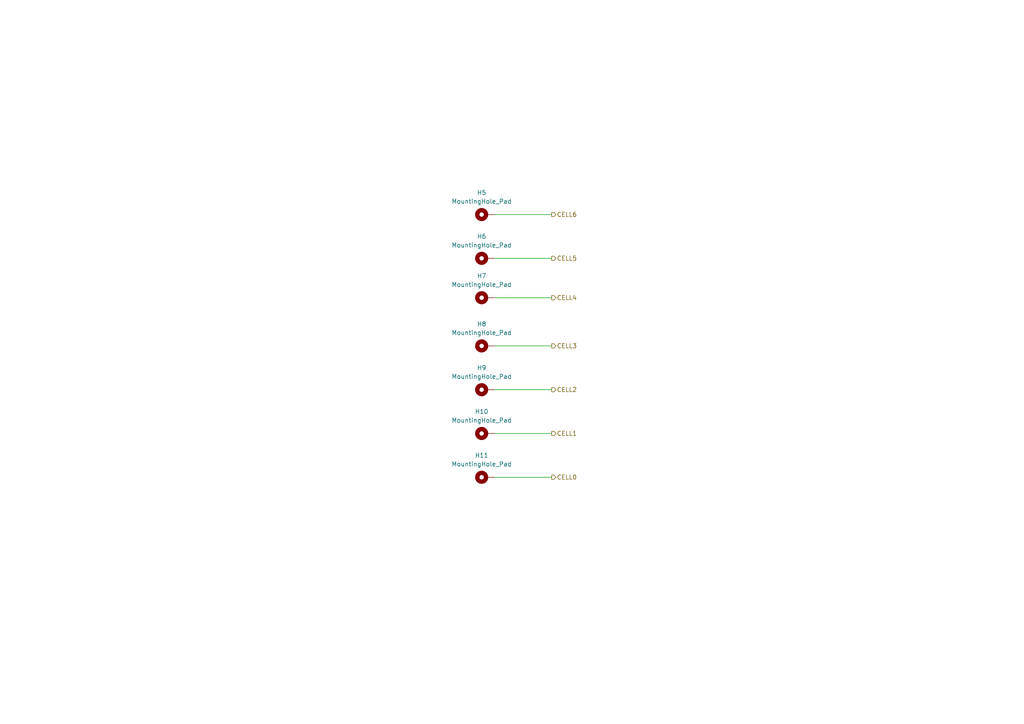
<source format=kicad_sch>
(kicad_sch (version 20250114) (generator "eeschema") (generator_version "9.0")
  (paper "A4")
  (lib_symbols
    (symbol "Mechanical:MountingHole_Pad" (pin_numbers (hide yes)) (pin_names (offset 1.016) (hide yes)) (in_bom no)
      (property "Reference" "H" (at 0 6.35 0))
      (property "Value" "MountingHole_Pad" (at 0 4.445 0))
      (symbol "MountingHole_Pad_0_1"
        (circle (center 0 1.27) (radius 1.27) (stroke (width 1.27)))
      )
      (symbol "MountingHole_Pad_1_1"
        (pin input line (at 0 -2.54 90) (length 2.54) (name "1") (number "1"))
      )
    )
  )
  (wire (pts (xy 143.51 138.43) (xy 160.02 138.43)))
  (wire (pts (xy 143.51 100.33) (xy 160.02 100.33)))
  (wire (pts (xy 143.51 113.03) (xy 160.02 113.03)))
  (wire (pts (xy 143.51 74.93) (xy 160.02 74.93)))
  (wire (pts (xy 143.51 62.23) (xy 160.02 62.23)))
  (wire (pts (xy 143.51 125.73) (xy 160.02 125.73)))
  (wire (pts (xy 143.51 86.36) (xy 160.02 86.36)))
  (hierarchical_label "CELL0" (shape output) (at 160.02 138.43 0))
  (hierarchical_label "CELL4" (shape output) (at 160.02 86.36 0))
  (hierarchical_label "CELL1" (shape output) (at 160.02 125.73 0))
  (hierarchical_label "CELL3" (shape output) (at 160.02 100.33 0))
  (hierarchical_label "CELL5" (shape output) (at 160.02 74.93 0))
  (hierarchical_label "CELL2" (shape output) (at 160.02 113.03 0))
  (hierarchical_label "CELL6" (shape output) (at 160.02 62.23 0))
  (symbol (lib_id "Mechanical:MountingHole_Pad") (at 140.97 113.03 90) (unit 1) (in_bom no)
    (property "Reference" "H9" (at 139.7 106.68 90))
    (property "Value" "MountingHole_Pad" (at 139.7 109.22 90))
    (property "Description" "Mounting Hole with connection" (effects (hide yes)))
  )
  (symbol (lib_id "Mechanical:MountingHole_Pad") (at 140.97 62.23 90) (unit 1) (in_bom no)
    (property "Reference" "H5" (at 139.7 55.88 90))
    (property "Value" "MountingHole_Pad" (at 139.7 58.42 90))
    (property "Description" "Mounting Hole with connection" (effects (hide yes)))
  )
  (symbol (lib_id "Mechanical:MountingHole_Pad") (at 140.97 100.33 90) (unit 1) (in_bom no)
    (property "Reference" "H8" (at 139.7 93.98 90))
    (property "Value" "MountingHole_Pad" (at 139.7 96.52 90))
    (property "Description" "Mounting Hole with connection" (effects (hide yes)))
  )
  (symbol (lib_id "Mechanical:MountingHole_Pad") (at 140.97 125.73 90) (unit 1) (in_bom no)
    (property "Reference" "H10" (at 139.7 119.38 90))
    (property "Value" "MountingHole_Pad" (at 139.7 121.92 90))
    (property "Description" "Mounting Hole with connection" (effects (hide yes)))
  )
  (symbol (lib_id "Mechanical:MountingHole_Pad") (at 140.97 86.36 90) (unit 1) (in_bom no)
    (property "Reference" "H7" (at 139.7 80.01 90))
    (property "Value" "MountingHole_Pad" (at 139.7 82.55 90))
    (property "Description" "Mounting Hole with connection" (effects (hide yes)))
  )
  (symbol (lib_id "Mechanical:MountingHole_Pad") (at 140.97 74.93 90) (unit 1) (in_bom no)
    (property "Reference" "H6" (at 139.7 68.58 90))
    (property "Value" "MountingHole_Pad" (at 139.7 71.12 90))
    (property "Description" "Mounting Hole with connection" (effects (hide yes)))
  )
  (symbol (lib_id "Mechanical:MountingHole_Pad") (at 140.97 138.43 90) (unit 1) (in_bom no)
    (property "Reference" "H11" (at 139.7 132.08 90))
    (property "Value" "MountingHole_Pad" (at 139.7 134.62 90))
    (property "Description" "Mounting Hole with connection" (effects (hide yes)))
  )
)
</source>
